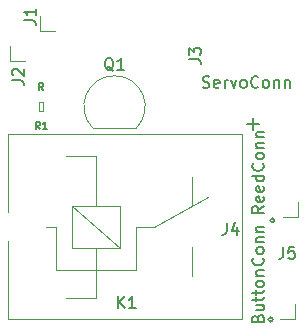
<source format=gbr>
G04 #@! TF.GenerationSoftware,KiCad,Pcbnew,(5.0.1)-rc2*
G04 #@! TF.CreationDate,2018-11-18T17:10:58-07:00*
G04 #@! TF.ProjectId,RPI_zeroW_shield,5250495F7A65726F575F736869656C64,rev?*
G04 #@! TF.SameCoordinates,Original*
G04 #@! TF.FileFunction,Legend,Top*
G04 #@! TF.FilePolarity,Positive*
%FSLAX46Y46*%
G04 Gerber Fmt 4.6, Leading zero omitted, Abs format (unit mm)*
G04 Created by KiCad (PCBNEW (5.0.1)-rc2) date 11/18/2018 5:10:58 PM*
%MOMM*%
%LPD*%
G01*
G04 APERTURE LIST*
%ADD10C,0.200000*%
%ADD11C,0.120000*%
%ADD12C,0.066040*%
%ADD13C,0.150000*%
%ADD14C,0.127000*%
G04 APERTURE END LIST*
D10*
X140387605Y-81534000D02*
G75*
G03X140387605Y-81534000I-179605J0D01*
G01*
X140514605Y-73152000D02*
G75*
G03X140514605Y-73152000I-179605J0D01*
G01*
X138684000Y-64516000D02*
X138684000Y-65532000D01*
X138176000Y-65024000D02*
X139192000Y-65024000D01*
D11*
G04 #@! TO.C,K1*
X117980000Y-74860000D02*
X117980000Y-81460000D01*
X117980000Y-65860000D02*
X117980000Y-72460000D01*
X117980000Y-65860000D02*
X137780000Y-65860000D01*
X137780000Y-65860000D02*
X137780000Y-81460000D01*
X137780000Y-81460000D02*
X117980000Y-81460000D01*
X133530000Y-77860000D02*
X133530000Y-75410000D01*
X133530000Y-69460000D02*
X133530000Y-71960000D01*
X122930000Y-79710000D02*
X125430000Y-79710000D01*
X122030000Y-73710000D02*
X121230000Y-73710000D01*
X125430000Y-67710000D02*
X122930000Y-67710000D01*
X128830000Y-73710000D02*
X130330000Y-73710000D01*
X130330000Y-73710000D02*
X134930000Y-71210000D01*
X128830000Y-77310000D02*
X122030000Y-77310000D01*
X128830000Y-73710000D02*
X128830000Y-77310000D01*
X122030000Y-73710000D02*
X122030000Y-77310000D01*
X125430000Y-67710000D02*
X125430000Y-71910000D01*
X125430000Y-75510000D02*
X125430000Y-79710000D01*
X127430000Y-75510000D02*
X123430000Y-71910000D01*
X123430000Y-75510000D02*
X123430000Y-71910000D01*
X123430000Y-71910000D02*
X127430000Y-71910000D01*
X127430000Y-71910000D02*
X127430000Y-75510000D01*
X127430000Y-75510000D02*
X123430000Y-75510000D01*
G04 #@! TO.C,Q1*
X125200000Y-65350000D02*
X128800000Y-65350000D01*
X125161522Y-65338478D02*
G75*
G02X127000000Y-60900000I1838478J1838478D01*
G01*
X128838478Y-65338478D02*
G75*
G03X127000000Y-60900000I-1838478J1838478D01*
G01*
D12*
G04 #@! TO.C,R1*
X120977660Y-63101220D02*
X120977660Y-63898780D01*
X120977660Y-63898780D02*
X120581420Y-63898780D01*
X120581420Y-63101220D02*
X120581420Y-63898780D01*
X120977660Y-63101220D02*
X120581420Y-63101220D01*
D11*
G04 #@! TO.C,J1*
X121920000Y-57150000D02*
X120650000Y-57150000D01*
X120650000Y-57150000D02*
X120650000Y-55880000D01*
G04 #@! TO.C,J2*
X119380000Y-59690000D02*
X118110000Y-59690000D01*
X118110000Y-59690000D02*
X118110000Y-58420000D01*
G04 #@! TO.C,J4*
X142494000Y-72898000D02*
X141224000Y-72898000D01*
X142494000Y-71628000D02*
X142494000Y-72898000D01*
G04 #@! TO.C,J5*
X142295001Y-80264000D02*
X142295001Y-81534000D01*
X142295001Y-81534000D02*
X141025001Y-81534000D01*
G04 #@! TO.C,K1*
D13*
X127277904Y-80589380D02*
X127277904Y-79589380D01*
X127849333Y-80589380D02*
X127420761Y-80017952D01*
X127849333Y-79589380D02*
X127277904Y-80160809D01*
X128801714Y-80589380D02*
X128230285Y-80589380D01*
X128516000Y-80589380D02*
X128516000Y-79589380D01*
X128420761Y-79732238D01*
X128325523Y-79827476D01*
X128230285Y-79875095D01*
G04 #@! TO.C,Q1*
X126904761Y-60487619D02*
X126809523Y-60440000D01*
X126714285Y-60344761D01*
X126571428Y-60201904D01*
X126476190Y-60154285D01*
X126380952Y-60154285D01*
X126428571Y-60392380D02*
X126333333Y-60344761D01*
X126238095Y-60249523D01*
X126190476Y-60059047D01*
X126190476Y-59725714D01*
X126238095Y-59535238D01*
X126333333Y-59440000D01*
X126428571Y-59392380D01*
X126619047Y-59392380D01*
X126714285Y-59440000D01*
X126809523Y-59535238D01*
X126857142Y-59725714D01*
X126857142Y-60059047D01*
X126809523Y-60249523D01*
X126714285Y-60344761D01*
X126619047Y-60392380D01*
X126428571Y-60392380D01*
X127809523Y-60392380D02*
X127238095Y-60392380D01*
X127523809Y-60392380D02*
X127523809Y-59392380D01*
X127428571Y-59535238D01*
X127333333Y-59630476D01*
X127238095Y-59678095D01*
G04 #@! TO.C,R1*
D14*
X120677940Y-65426771D02*
X120474740Y-65136485D01*
X120329597Y-65426771D02*
X120329597Y-64817171D01*
X120561825Y-64817171D01*
X120619882Y-64846200D01*
X120648911Y-64875228D01*
X120677940Y-64933285D01*
X120677940Y-65020371D01*
X120648911Y-65078428D01*
X120619882Y-65107457D01*
X120561825Y-65136485D01*
X120329597Y-65136485D01*
X121258511Y-65426771D02*
X120910168Y-65426771D01*
X121084340Y-65426771D02*
X121084340Y-64817171D01*
X121026282Y-64904257D01*
X120968225Y-64962314D01*
X120910168Y-64991342D01*
X120968225Y-62124771D02*
X120765025Y-61834485D01*
X120619882Y-62124771D02*
X120619882Y-61515171D01*
X120852111Y-61515171D01*
X120910168Y-61544200D01*
X120939197Y-61573228D01*
X120968225Y-61631285D01*
X120968225Y-61718371D01*
X120939197Y-61776428D01*
X120910168Y-61805457D01*
X120852111Y-61834485D01*
X120619882Y-61834485D01*
G04 #@! TO.C,J1*
D13*
X119340380Y-56213333D02*
X120054666Y-56213333D01*
X120197523Y-56260952D01*
X120292761Y-56356190D01*
X120340380Y-56499047D01*
X120340380Y-56594285D01*
X120340380Y-55213333D02*
X120340380Y-55784761D01*
X120340380Y-55499047D02*
X119340380Y-55499047D01*
X119483238Y-55594285D01*
X119578476Y-55689523D01*
X119626095Y-55784761D01*
G04 #@! TO.C,J2*
X118324380Y-61293333D02*
X119038666Y-61293333D01*
X119181523Y-61340952D01*
X119276761Y-61436190D01*
X119324380Y-61579047D01*
X119324380Y-61674285D01*
X118419619Y-60864761D02*
X118372000Y-60817142D01*
X118324380Y-60721904D01*
X118324380Y-60483809D01*
X118372000Y-60388571D01*
X118419619Y-60340952D01*
X118514857Y-60293333D01*
X118610095Y-60293333D01*
X118752952Y-60340952D01*
X119324380Y-60912380D01*
X119324380Y-60293333D01*
G04 #@! TO.C,J3*
X133326380Y-59518333D02*
X134040666Y-59518333D01*
X134183523Y-59565952D01*
X134278761Y-59661190D01*
X134326380Y-59804047D01*
X134326380Y-59899285D01*
X133326380Y-59137380D02*
X133326380Y-58518333D01*
X133707333Y-58851666D01*
X133707333Y-58708809D01*
X133754952Y-58613571D01*
X133802571Y-58565952D01*
X133897809Y-58518333D01*
X134135904Y-58518333D01*
X134231142Y-58565952D01*
X134278761Y-58613571D01*
X134326380Y-58708809D01*
X134326380Y-58994523D01*
X134278761Y-59089761D01*
X134231142Y-59137380D01*
X134461714Y-61872761D02*
X134604571Y-61920380D01*
X134842666Y-61920380D01*
X134937904Y-61872761D01*
X134985523Y-61825142D01*
X135033142Y-61729904D01*
X135033142Y-61634666D01*
X134985523Y-61539428D01*
X134937904Y-61491809D01*
X134842666Y-61444190D01*
X134652190Y-61396571D01*
X134556952Y-61348952D01*
X134509333Y-61301333D01*
X134461714Y-61206095D01*
X134461714Y-61110857D01*
X134509333Y-61015619D01*
X134556952Y-60968000D01*
X134652190Y-60920380D01*
X134890285Y-60920380D01*
X135033142Y-60968000D01*
X135842666Y-61872761D02*
X135747428Y-61920380D01*
X135556952Y-61920380D01*
X135461714Y-61872761D01*
X135414095Y-61777523D01*
X135414095Y-61396571D01*
X135461714Y-61301333D01*
X135556952Y-61253714D01*
X135747428Y-61253714D01*
X135842666Y-61301333D01*
X135890285Y-61396571D01*
X135890285Y-61491809D01*
X135414095Y-61587047D01*
X136318857Y-61920380D02*
X136318857Y-61253714D01*
X136318857Y-61444190D02*
X136366476Y-61348952D01*
X136414095Y-61301333D01*
X136509333Y-61253714D01*
X136604571Y-61253714D01*
X136842666Y-61253714D02*
X137080761Y-61920380D01*
X137318857Y-61253714D01*
X137842666Y-61920380D02*
X137747428Y-61872761D01*
X137699809Y-61825142D01*
X137652190Y-61729904D01*
X137652190Y-61444190D01*
X137699809Y-61348952D01*
X137747428Y-61301333D01*
X137842666Y-61253714D01*
X137985523Y-61253714D01*
X138080761Y-61301333D01*
X138128380Y-61348952D01*
X138176000Y-61444190D01*
X138176000Y-61729904D01*
X138128380Y-61825142D01*
X138080761Y-61872761D01*
X137985523Y-61920380D01*
X137842666Y-61920380D01*
X139176000Y-61825142D02*
X139128380Y-61872761D01*
X138985523Y-61920380D01*
X138890285Y-61920380D01*
X138747428Y-61872761D01*
X138652190Y-61777523D01*
X138604571Y-61682285D01*
X138556952Y-61491809D01*
X138556952Y-61348952D01*
X138604571Y-61158476D01*
X138652190Y-61063238D01*
X138747428Y-60968000D01*
X138890285Y-60920380D01*
X138985523Y-60920380D01*
X139128380Y-60968000D01*
X139176000Y-61015619D01*
X139747428Y-61920380D02*
X139652190Y-61872761D01*
X139604571Y-61825142D01*
X139556952Y-61729904D01*
X139556952Y-61444190D01*
X139604571Y-61348952D01*
X139652190Y-61301333D01*
X139747428Y-61253714D01*
X139890285Y-61253714D01*
X139985523Y-61301333D01*
X140033142Y-61348952D01*
X140080761Y-61444190D01*
X140080761Y-61729904D01*
X140033142Y-61825142D01*
X139985523Y-61872761D01*
X139890285Y-61920380D01*
X139747428Y-61920380D01*
X140509333Y-61253714D02*
X140509333Y-61920380D01*
X140509333Y-61348952D02*
X140556952Y-61301333D01*
X140652190Y-61253714D01*
X140795047Y-61253714D01*
X140890285Y-61301333D01*
X140937904Y-61396571D01*
X140937904Y-61920380D01*
X141414095Y-61253714D02*
X141414095Y-61920380D01*
X141414095Y-61348952D02*
X141461714Y-61301333D01*
X141556952Y-61253714D01*
X141699809Y-61253714D01*
X141795047Y-61301333D01*
X141842666Y-61396571D01*
X141842666Y-61920380D01*
G04 #@! TO.C,J4*
X136505666Y-73350380D02*
X136505666Y-74064666D01*
X136458047Y-74207523D01*
X136362809Y-74302761D01*
X136219952Y-74350380D01*
X136124714Y-74350380D01*
X137410428Y-73683714D02*
X137410428Y-74350380D01*
X137172333Y-73302761D02*
X136934238Y-74017047D01*
X137553285Y-74017047D01*
X139644380Y-71945142D02*
X139168190Y-72278476D01*
X139644380Y-72516571D02*
X138644380Y-72516571D01*
X138644380Y-72135619D01*
X138692000Y-72040380D01*
X138739619Y-71992761D01*
X138834857Y-71945142D01*
X138977714Y-71945142D01*
X139072952Y-71992761D01*
X139120571Y-72040380D01*
X139168190Y-72135619D01*
X139168190Y-72516571D01*
X139596761Y-71135619D02*
X139644380Y-71230857D01*
X139644380Y-71421333D01*
X139596761Y-71516571D01*
X139501523Y-71564190D01*
X139120571Y-71564190D01*
X139025333Y-71516571D01*
X138977714Y-71421333D01*
X138977714Y-71230857D01*
X139025333Y-71135619D01*
X139120571Y-71088000D01*
X139215809Y-71088000D01*
X139311047Y-71564190D01*
X139596761Y-70278476D02*
X139644380Y-70373714D01*
X139644380Y-70564190D01*
X139596761Y-70659428D01*
X139501523Y-70707047D01*
X139120571Y-70707047D01*
X139025333Y-70659428D01*
X138977714Y-70564190D01*
X138977714Y-70373714D01*
X139025333Y-70278476D01*
X139120571Y-70230857D01*
X139215809Y-70230857D01*
X139311047Y-70707047D01*
X139644380Y-69373714D02*
X138644380Y-69373714D01*
X139596761Y-69373714D02*
X139644380Y-69468952D01*
X139644380Y-69659428D01*
X139596761Y-69754666D01*
X139549142Y-69802285D01*
X139453904Y-69849904D01*
X139168190Y-69849904D01*
X139072952Y-69802285D01*
X139025333Y-69754666D01*
X138977714Y-69659428D01*
X138977714Y-69468952D01*
X139025333Y-69373714D01*
X139549142Y-68326095D02*
X139596761Y-68373714D01*
X139644380Y-68516571D01*
X139644380Y-68611809D01*
X139596761Y-68754666D01*
X139501523Y-68849904D01*
X139406285Y-68897523D01*
X139215809Y-68945142D01*
X139072952Y-68945142D01*
X138882476Y-68897523D01*
X138787238Y-68849904D01*
X138692000Y-68754666D01*
X138644380Y-68611809D01*
X138644380Y-68516571D01*
X138692000Y-68373714D01*
X138739619Y-68326095D01*
X139644380Y-67754666D02*
X139596761Y-67849904D01*
X139549142Y-67897523D01*
X139453904Y-67945142D01*
X139168190Y-67945142D01*
X139072952Y-67897523D01*
X139025333Y-67849904D01*
X138977714Y-67754666D01*
X138977714Y-67611809D01*
X139025333Y-67516571D01*
X139072952Y-67468952D01*
X139168190Y-67421333D01*
X139453904Y-67421333D01*
X139549142Y-67468952D01*
X139596761Y-67516571D01*
X139644380Y-67611809D01*
X139644380Y-67754666D01*
X138977714Y-66992761D02*
X139644380Y-66992761D01*
X139072952Y-66992761D02*
X139025333Y-66945142D01*
X138977714Y-66849904D01*
X138977714Y-66707047D01*
X139025333Y-66611809D01*
X139120571Y-66564190D01*
X139644380Y-66564190D01*
X138977714Y-66088000D02*
X139644380Y-66088000D01*
X139072952Y-66088000D02*
X139025333Y-66040380D01*
X138977714Y-65945142D01*
X138977714Y-65802285D01*
X139025333Y-65707047D01*
X139120571Y-65659428D01*
X139644380Y-65659428D01*
G04 #@! TO.C,J5*
X141271666Y-75398380D02*
X141271666Y-76112666D01*
X141224047Y-76255523D01*
X141128809Y-76350761D01*
X140985952Y-76398380D01*
X140890714Y-76398380D01*
X142224047Y-75398380D02*
X141747857Y-75398380D01*
X141700238Y-75874571D01*
X141747857Y-75826952D01*
X141843095Y-75779333D01*
X142081190Y-75779333D01*
X142176428Y-75826952D01*
X142224047Y-75874571D01*
X142271666Y-75969809D01*
X142271666Y-76207904D01*
X142224047Y-76303142D01*
X142176428Y-76350761D01*
X142081190Y-76398380D01*
X141843095Y-76398380D01*
X141747857Y-76350761D01*
X141700238Y-76303142D01*
X139120571Y-81438285D02*
X139168190Y-81295428D01*
X139215809Y-81247809D01*
X139311047Y-81200190D01*
X139453904Y-81200190D01*
X139549142Y-81247809D01*
X139596761Y-81295428D01*
X139644380Y-81390666D01*
X139644380Y-81771619D01*
X138644380Y-81771619D01*
X138644380Y-81438285D01*
X138692000Y-81343047D01*
X138739619Y-81295428D01*
X138834857Y-81247809D01*
X138930095Y-81247809D01*
X139025333Y-81295428D01*
X139072952Y-81343047D01*
X139120571Y-81438285D01*
X139120571Y-81771619D01*
X138977714Y-80343047D02*
X139644380Y-80343047D01*
X138977714Y-80771619D02*
X139501523Y-80771619D01*
X139596761Y-80724000D01*
X139644380Y-80628761D01*
X139644380Y-80485904D01*
X139596761Y-80390666D01*
X139549142Y-80343047D01*
X138977714Y-80009714D02*
X138977714Y-79628761D01*
X138644380Y-79866857D02*
X139501523Y-79866857D01*
X139596761Y-79819238D01*
X139644380Y-79724000D01*
X139644380Y-79628761D01*
X138977714Y-79438285D02*
X138977714Y-79057333D01*
X138644380Y-79295428D02*
X139501523Y-79295428D01*
X139596761Y-79247809D01*
X139644380Y-79152571D01*
X139644380Y-79057333D01*
X139644380Y-78581142D02*
X139596761Y-78676380D01*
X139549142Y-78724000D01*
X139453904Y-78771619D01*
X139168190Y-78771619D01*
X139072952Y-78724000D01*
X139025333Y-78676380D01*
X138977714Y-78581142D01*
X138977714Y-78438285D01*
X139025333Y-78343047D01*
X139072952Y-78295428D01*
X139168190Y-78247809D01*
X139453904Y-78247809D01*
X139549142Y-78295428D01*
X139596761Y-78343047D01*
X139644380Y-78438285D01*
X139644380Y-78581142D01*
X138977714Y-77819238D02*
X139644380Y-77819238D01*
X139072952Y-77819238D02*
X139025333Y-77771619D01*
X138977714Y-77676380D01*
X138977714Y-77533523D01*
X139025333Y-77438285D01*
X139120571Y-77390666D01*
X139644380Y-77390666D01*
X139549142Y-76343047D02*
X139596761Y-76390666D01*
X139644380Y-76533523D01*
X139644380Y-76628761D01*
X139596761Y-76771619D01*
X139501523Y-76866857D01*
X139406285Y-76914476D01*
X139215809Y-76962095D01*
X139072952Y-76962095D01*
X138882476Y-76914476D01*
X138787238Y-76866857D01*
X138692000Y-76771619D01*
X138644380Y-76628761D01*
X138644380Y-76533523D01*
X138692000Y-76390666D01*
X138739619Y-76343047D01*
X139644380Y-75771619D02*
X139596761Y-75866857D01*
X139549142Y-75914476D01*
X139453904Y-75962095D01*
X139168190Y-75962095D01*
X139072952Y-75914476D01*
X139025333Y-75866857D01*
X138977714Y-75771619D01*
X138977714Y-75628761D01*
X139025333Y-75533523D01*
X139072952Y-75485904D01*
X139168190Y-75438285D01*
X139453904Y-75438285D01*
X139549142Y-75485904D01*
X139596761Y-75533523D01*
X139644380Y-75628761D01*
X139644380Y-75771619D01*
X138977714Y-75009714D02*
X139644380Y-75009714D01*
X139072952Y-75009714D02*
X139025333Y-74962095D01*
X138977714Y-74866857D01*
X138977714Y-74724000D01*
X139025333Y-74628761D01*
X139120571Y-74581142D01*
X139644380Y-74581142D01*
X138977714Y-74104952D02*
X139644380Y-74104952D01*
X139072952Y-74104952D02*
X139025333Y-74057333D01*
X138977714Y-73962095D01*
X138977714Y-73819238D01*
X139025333Y-73724000D01*
X139120571Y-73676380D01*
X139644380Y-73676380D01*
G04 #@! TD*
M02*

</source>
